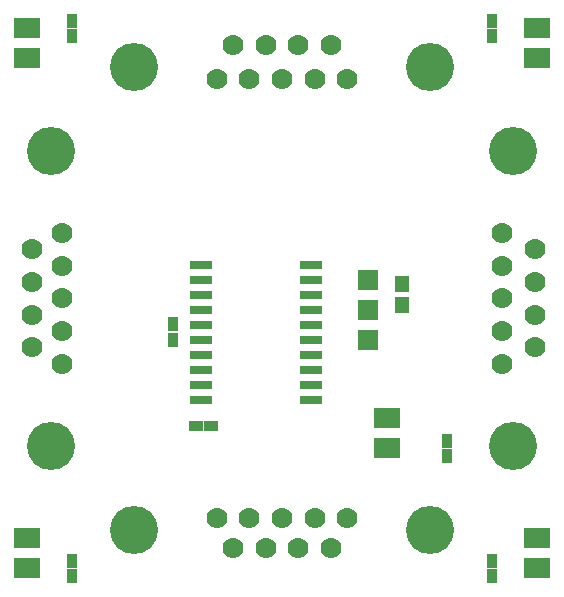
<source format=gbr>
%FSLAX14Y14*%
%MOIN*%
G04 EasyPC Gerber Version 18.0.1 Build 3581 *
%ADD76R,0.03800X0.04500*%
%ADD81R,0.04937X0.05291*%
%ADD80R,0.07000X0.07000*%
%ADD75R,0.07600X0.03000*%
%ADD77R,0.04500X0.03800*%
%ADD78C,0.07000*%
%ADD79C,0.16000*%
%ADD82R,0.09000X0.07000*%
X0Y0D02*
D02*
D75*
X7320Y6805D03*
Y7305D03*
Y7805D03*
Y8305D03*
Y8805D03*
Y9305D03*
Y9805D03*
Y10305D03*
Y10805D03*
Y11305D03*
X10980Y6805D03*
Y7305D03*
Y7805D03*
Y8305D03*
Y8805D03*
Y9305D03*
Y9805D03*
Y10305D03*
Y10805D03*
Y11305D03*
D02*
D76*
X3025Y925D03*
Y1435D03*
Y18925D03*
Y19435D03*
X6400Y8800D03*
Y9310D03*
X15525Y4925D03*
Y5435D03*
X17025Y925D03*
Y1435D03*
Y18925D03*
Y19435D03*
D02*
D77*
X7145Y5930D03*
X7655D03*
D02*
D78*
X1700Y8544D03*
Y9635D03*
Y10725D03*
Y11816D03*
X2700Y7999D03*
Y9089D03*
Y10180D03*
Y11271D03*
Y12361D03*
X7844Y2855D03*
Y17505D03*
X8389Y1855D03*
Y18620D03*
X8934Y2855D03*
Y17505D03*
X9480Y1855D03*
Y18620D03*
X10025Y2855D03*
Y17505D03*
X10570Y1855D03*
Y18620D03*
X11116Y2855D03*
Y17505D03*
X11661Y1855D03*
Y18620D03*
X12206Y2855D03*
Y17505D03*
X17350Y7999D03*
Y9089D03*
Y10180D03*
Y11271D03*
Y12361D03*
X18465Y8544D03*
Y9635D03*
Y10725D03*
Y11816D03*
D02*
D79*
X2315Y5260D03*
Y15100D03*
X5105Y2470D03*
Y17890D03*
X14945Y2470D03*
Y17890D03*
X17735Y5260D03*
Y15100D03*
D02*
D80*
X12900Y8805D03*
Y9805D03*
Y10805D03*
D02*
D81*
X14025Y9955D03*
Y10655D03*
D02*
D82*
X1525Y1180D03*
Y2180D03*
Y18180D03*
Y19180D03*
X13525Y5180D03*
Y6180D03*
X18525Y1180D03*
Y2180D03*
Y18180D03*
Y19180D03*
X0Y0D02*
M02*

</source>
